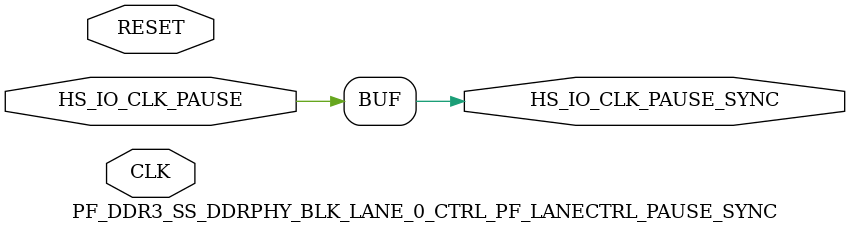
<source format=v>


module PF_DDR3_SS_DDRPHY_BLK_LANE_0_CTRL_PF_LANECTRL_PAUSE_SYNC( CLK, RESET, HS_IO_CLK_PAUSE, HS_IO_CLK_PAUSE_SYNC );
	
	input CLK, RESET, HS_IO_CLK_PAUSE;
	output HS_IO_CLK_PAUSE_SYNC;

	parameter ENABLE_PAUSE_EXTENSION = 2'b00;

	reg pause_reg_0, pause_reg_1, pause;
	wire pause_sync_0_i;

	generate 
		if( ENABLE_PAUSE_EXTENSION == 3'b000 ) begin : feed
			assign HS_IO_CLK_PAUSE_SYNC = HS_IO_CLK_PAUSE;
		end else if( ENABLE_PAUSE_EXTENSION == 3'b001 ) begin : pipe
			(* HS_IO_CLK_PAUSE_SYNC = 1, syn_keep = 1 *) SLE pause_sync_0(
				.CLK( CLK ),
				.D( HS_IO_CLK_PAUSE ),
				.Q( pause_sync_0_i ),
				.LAT( 1'b0 ),
				.EN( 1'b1 ),
				.ALn( ~RESET ),
				.ADn( 1'b1 ),
				.SLn( 1'b1 ),
				.SD( 1'b0 )
				);

			(* HS_IO_CLK_PAUSE_SYNC = 1, syn_keep = 1 *) SLE pause_sync (
				.CLK( CLK ),
				.D( pause_sync_0_i ),
				.Q( HS_IO_CLK_PAUSE_SYNC ),
				.LAT( 1'b0 ),
				.EN( 1'b1 ),
				.ALn( ~RESET ),
				.ADn( 1'b1 ),
				.SLn( 1'b1 ),
				.SD( 1'b0 )
				);
		end else if ( ENABLE_PAUSE_EXTENSION == 3'b010 ) begin : ext_pipe
			always @(posedge CLK or posedge RESET) begin : ext
				if( RESET == 1'b1 ) begin
					pause_reg_0 <= 1'b0;
					pause_reg_1 <= 1'b0;
					pause <= 1'b0;
				end else begin
					pause_reg_0 <= HS_IO_CLK_PAUSE;
					pause_reg_1 <= pause_reg_0;
					if( HS_IO_CLK_PAUSE == 1'b0 && pause_reg_0 ==1'b1 && pause_reg_1 == 1'b0 )
						pause <= 1'b1; // Extend by 1 cycle if the pulse is less than a cycle
					else
						pause <= HS_IO_CLK_PAUSE;
				end
			end

			(* HS_IO_CLK_PAUSE_SYNC = 1, syn_keep = 1 *) SLE pause_sync (
				.CLK( CLK ),
				.D( pause ),
				.Q( HS_IO_CLK_PAUSE_SYNC ),
				.LAT( 1'b0 ),
				.EN( 1'b1 ),
				.ALn( ~RESET ),
				.ADn( 1'b1 ),
				.SLn( 1'b1 ),
				.SD( 1'b0 )
				);
		end else if ( ENABLE_PAUSE_EXTENSION == 3'b011 ) begin : pipe_fall 
			(* HS_IO_CLK_PAUSE_SYNC = 1, syn_keep = 1 *) SLE pause_sync_0 (
				.CLK( CLK ),
				.D( HS_IO_CLK_PAUSE ),
				.Q( pause_sync_0_i ),
				.LAT( 1'b0 ),
				.EN( 1'b1 ),
				.ALn( ~RESET ),
				.ADn( 1'b1 ),
				.SLn( 1'b1 ),
				.SD( 1'b0 )
				);

			(* HS_IO_CLK_PAUSE_SYNC = 1, syn_keep = 1 *) SLE pause_sync (
				.CLK( ~CLK ),
				.D( pause_sync_0_i ),
				.Q( HS_IO_CLK_PAUSE_SYNC ),
				.LAT( 1'b0 ),
				.EN( 1'b1 ),
				.ALn( ~RESET ),
				.ADn( 1'b1 ),
				.SLn( 1'b1 ),
				.SD( 1'b0 )
				);
		end else if ( ENABLE_PAUSE_EXTENSION == 3'b100 ) begin : ext_pipe_fall 
			always @(posedge CLK or posedge RESET) begin : ext
				if( RESET == 1'b1 ) begin
					pause_reg_0 <= 1'b0;
					pause_reg_1 <= 1'b0;
					pause <= 1'b0;
				end else begin
					pause_reg_0 <= HS_IO_CLK_PAUSE;
					pause_reg_1 <= pause_reg_0;
					if( HS_IO_CLK_PAUSE == 1'b0 && pause_reg_0 ==1'b1 && pause_reg_1 == 1'b0 )
						pause <= 1'b1; // Extend by 1 cycle if the pulse is less than a cycle
					else
						pause <= HS_IO_CLK_PAUSE;
				end
			end

			(* HS_IO_CLK_PAUSE_SYNC = 1, syn_keep = 1 *) SLE pause_sync (
				.CLK( ~CLK ),
				.D( pause ),
				.Q( HS_IO_CLK_PAUSE_SYNC ),
				.LAT( 1'b0 ),
				.EN( 1'b1 ),
				.ALn( ~RESET ),
				.ADn( 1'b1 ),
				.SLn( 1'b1 ),
				.SD( 1'b0 )
				);
		end
	endgenerate

endmodule
</source>
